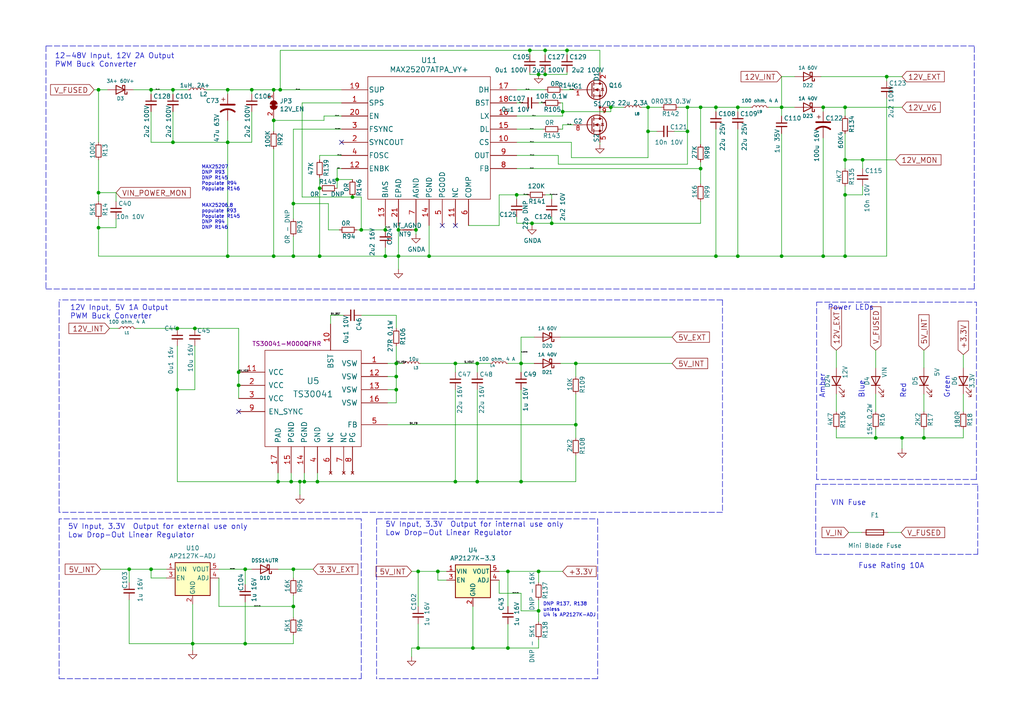
<source format=kicad_sch>
(kicad_sch (version 20211123) (generator eeschema)
  (paper "A4")
  (title_block (title "Duet 3 - Expansion 3HC") (date "2022-05-30") (rev "1.02") (company "Duet3D") (comment 1 "DUET 3 LICENSE") (comment 2 "www.duet3d.com"))
  (junction (at 138.43 105.41))
  (junction (at 69.215 111.76))
  (junction (at 85.09 74.295))
  (junction (at 102.235 57.15))
  (junction (at 50.165 26.035))
  (junction (at 79.375 74.295))
  (junction (at 226.695 31.115))
  (junction (at 111.76 74.295))
  (junction (at 138.43 139.7))
  (junction (at 85.09 175.895))
  (junction (at 92.71 74.295))
  (junction (at 84.455 139.7))
  (junction (at 187.96 38.1))
  (junction (at 79.375 26.035))
  (junction (at 80.645 139.7))
  (junction (at 245.11 56.515))
  (junction (at 167.005 123.19))
  (junction (at 177.165 31.115))
  (junction (at 50.165 41.275))
  (junction (at 156.21 177.165))
  (junction (at 132.08 105.41))
  (junction (at 160.02 64.77))
  (junction (at 245.11 74.295))
  (junction (at 79.375 34.925))
  (junction (at 245.11 46.355))
  (junction (at 238.76 74.295))
  (junction (at 207.645 74.295))
  (junction (at 66.04 74.295))
  (junction (at 85.09 59.055))
  (junction (at 56.515 95.25))
  (junction (at 167.005 105.41))
  (junction (at 85.09 165.1))
  (junction (at 115.57 74.295))
  (junction (at 66.04 26.035))
  (junction (at 156.21 21.59))
  (junction (at 207.645 31.115))
  (junction (at 156.21 165.735))
  (junction (at 28.575 26.035))
  (junction (at 121.285 187.96))
  (junction (at 88.265 139.7))
  (junction (at 163.195 32.385))
  (junction (at 267.97 127))
  (junction (at 92.075 139.7))
  (junction (at 37.465 165.1))
  (junction (at 187.96 31.115))
  (junction (at 86.995 139.7))
  (junction (at 213.995 31.115))
  (junction (at 55.88 186.69))
  (junction (at 111.76 66.675))
  (junction (at 154.305 64.77))
  (junction (at 51.435 95.25))
  (junction (at 92.71 54.61))
  (junction (at 254 127))
  (junction (at 120.65 66.675))
  (junction (at 213.995 74.295))
  (junction (at 137.16 187.96))
  (junction (at 158.115 14.605))
  (junction (at 199.39 31.115))
  (junction (at 149.86 56.515))
  (junction (at 81.28 26.035))
  (junction (at 104.775 66.675))
  (junction (at 151.13 105.41))
  (junction (at 127 165.735))
  (junction (at 147.32 187.96))
  (junction (at 28.575 66.04))
  (junction (at 164.465 14.605))
  (junction (at 226.695 74.295))
  (junction (at 203.2 31.115))
  (junction (at 245.11 31.115))
  (junction (at 69.215 107.95))
  (junction (at 257.175 22.225))
  (junction (at 199.39 38.1))
  (junction (at 97.79 52.07))
  (junction (at 71.12 165.1))
  (junction (at 153.67 14.605))
  (junction (at 115.57 66.675))
  (junction (at 124.46 74.295))
  (junction (at 43.815 26.035))
  (junction (at 28.575 55.88))
  (junction (at 51.435 113.03))
  (junction (at 261.62 127))
  (junction (at 132.08 139.7))
  (junction (at 203.2 48.895))
  (junction (at 114.935 105.41))
  (junction (at 151.13 139.7))
  (junction (at 250.19 46.355))
  (junction (at 73.025 26.035))
  (junction (at 71.12 186.69))
  (junction (at 238.76 31.115))
  (junction (at 158.115 21.59))
  (junction (at 114.935 113.03))
  (junction (at 43.815 165.1))
  (junction (at 147.32 165.735))
  (junction (at 121.285 165.735))
  (junction (at 114.935 109.22))
  (junction (at 66.04 41.275))
  (no_connect (at 128.27 65.405))
  (no_connect (at 132.08 65.405))
  (no_connect (at 69.215 119.38))
  (no_connect (at 99.06 41.275))
  (wire (pts (xy 160.02 56.515) (xy 158.115 56.515)))
  (wire (pts (xy 138.43 105.41) (xy 142.24 105.41)))
  (wire (pts (xy 114.935 116.84) (xy 114.935 113.03)))
  (wire (pts (xy 238.76 31.115) (xy 245.11 31.115)))
  (wire (pts (xy 164.465 14.605) (xy 173.99 14.605)))
  (wire (pts (xy 250.19 46.355) (xy 250.19 48.895)))
  (wire (pts (xy 28.575 55.88) (xy 28.575 58.42)))
  (wire (pts (xy 43.815 167.64) (xy 43.815 165.1)))
  (wire (pts (xy 69.215 107.95) (xy 69.215 95.25)))
  (wire (pts (xy 163.195 32.385) (xy 177.165 32.385)))
  (wire (pts (xy 151.13 172.085) (xy 151.13 177.165)))
  (wire (pts (xy 73.025 32.385) (xy 73.025 41.275)))
  (wire (pts (xy 115.57 78.105) (xy 115.57 74.295)))
  (wire (pts (xy 203.2 64.77) (xy 203.2 58.42)))
  (wire (pts (xy 121.92 105.41) (xy 132.08 105.41)))
  (wire (pts (xy 199.39 31.115) (xy 199.39 38.1)))
  (wire (pts (xy 63.5 167.64) (xy 63.5 175.895)))
  (wire (pts (xy 85.09 59.055) (xy 85.09 63.5)))
  (wire (pts (xy 279.4 114.3) (xy 279.4 119.38)))
  (wire (pts (xy 163.195 36.195) (xy 166.37 36.195)))
  (wire (pts (xy 245.11 46.355) (xy 245.11 48.895)))
  (wire (pts (xy 162.56 29.845) (xy 163.195 29.845)))
  (wire (pts (xy 51.435 113.03) (xy 51.435 139.7)))
  (wire (pts (xy 69.215 115.57) (xy 69.215 111.76)))
  (polyline (pts (xy 209.55 86.995) (xy 17.145 86.995)))
  (wire (pts (xy 51.435 100.33) (xy 51.435 113.03)))
  (polyline (pts (xy 283.21 139.065) (xy 236.855 139.065)))
  (wire (pts (xy 177.165 32.385) (xy 177.165 31.115)))
  (polyline (pts (xy 209.55 148.59) (xy 17.145 148.59)))
  (wire (pts (xy 112.395 113.03) (xy 114.935 113.03)))
  (wire (pts (xy 92.075 139.7) (xy 88.265 139.7)))
  (wire (pts (xy 121.285 187.96) (xy 137.16 187.96)))
  (wire (pts (xy 138.43 105.41) (xy 132.08 105.41)))
  (wire (pts (xy 114.935 105.41) (xy 112.395 105.41)))
  (wire (pts (xy 226.695 31.115) (xy 226.695 22.225)))
  (wire (pts (xy 149.86 26.035) (xy 158.115 26.035)))
  (wire (pts (xy 261.62 127) (xy 261.62 130.175)))
  (wire (pts (xy 97.79 48.895) (xy 97.79 52.07)))
  (wire (pts (xy 153.67 21.59) (xy 156.21 21.59)))
  (wire (pts (xy 51.435 139.7) (xy 80.645 139.7)))
  (wire (pts (xy 55.88 186.69) (xy 55.88 175.26)))
  (polyline (pts (xy 283.591 160.782) (xy 283.591 140.462)))
  (wire (pts (xy 257.175 28.575) (xy 257.175 74.295)))
  (wire (pts (xy 257.175 22.225) (xy 257.175 23.495)))
  (wire (pts (xy 250.19 56.515) (xy 245.11 56.515)))
  (wire (pts (xy 245.11 74.295) (xy 257.175 74.295)))
  (wire (pts (xy 132.08 113.03) (xy 132.08 139.7)))
  (polyline (pts (xy 104.775 150.495) (xy 17.145 150.495)))
  (wire (pts (xy 190.5 38.1) (xy 187.96 38.1)))
  (polyline (pts (xy 17.145 148.59) (xy 17.145 86.995)))
  (wire (pts (xy 242.57 127) (xy 242.57 124.46)))
  (wire (pts (xy 250.19 53.975) (xy 250.19 56.515)))
  (wire (pts (xy 79.375 34.925) (xy 79.375 38.1)))
  (wire (pts (xy 165.735 45.72) (xy 187.96 45.72)))
  (wire (pts (xy 28.575 63.5) (xy 28.575 66.04)))
  (wire (pts (xy 93.98 33.655) (xy 99.06 33.655)))
  (polyline (pts (xy 104.775 196.85) (xy 104.775 150.495)))
  (wire (pts (xy 112.395 116.84) (xy 114.935 116.84)))
  (wire (pts (xy 95.885 93.98) (xy 95.885 91.44)))
  (wire (pts (xy 88.265 139.7) (xy 88.265 137.16)))
  (wire (pts (xy 203.2 31.115) (xy 199.39 31.115)))
  (wire (pts (xy 151.13 105.41) (xy 151.13 97.79)))
  (wire (pts (xy 85.09 74.295) (xy 79.375 74.295)))
  (wire (pts (xy 162.56 97.79) (xy 194.945 97.79)))
  (wire (pts (xy 207.645 32.385) (xy 207.645 31.115)))
  (wire (pts (xy 71.12 174.625) (xy 71.12 186.69)))
  (wire (pts (xy 254 114.3) (xy 254 119.38)))
  (wire (pts (xy 119.38 187.96) (xy 121.285 187.96)))
  (wire (pts (xy 207.645 31.115) (xy 213.995 31.115)))
  (wire (pts (xy 147.32 165.735) (xy 156.21 165.735)))
  (wire (pts (xy 226.695 22.225) (xy 230.505 22.225)))
  (wire (pts (xy 167.005 105.41) (xy 162.56 105.41)))
  (wire (pts (xy 242.57 101.6) (xy 242.57 106.68)))
  (wire (pts (xy 163.195 33.655) (xy 149.86 33.655)))
  (wire (pts (xy 56.515 100.33) (xy 56.515 113.03)))
  (wire (pts (xy 31.75 95.25) (xy 34.29 95.25)))
  (wire (pts (xy 120.65 67.945) (xy 120.65 66.675)))
  (polyline (pts (xy 236.855 139.065) (xy 236.855 87.63)))
  (wire (pts (xy 87.63 29.845) (xy 87.63 57.15)))
  (wire (pts (xy 84.455 139.7) (xy 84.455 137.16)))
  (wire (pts (xy 254 101.6) (xy 254 106.68)))
  (wire (pts (xy 115.57 74.295) (xy 124.46 74.295)))
  (wire (pts (xy 132.08 139.7) (xy 138.43 139.7)))
  (wire (pts (xy 48.26 167.64) (xy 43.815 167.64)))
  (wire (pts (xy 95.25 59.055) (xy 95.25 66.675)))
  (wire (pts (xy 186.055 31.115) (xy 187.96 31.115)))
  (wire (pts (xy 213.995 37.465) (xy 213.995 74.295)))
  (polyline (pts (xy 236.601 160.782) (xy 283.591 160.782)))
  (wire (pts (xy 127 168.275) (xy 129.54 168.275)))
  (wire (pts (xy 50.165 32.385) (xy 50.165 41.275)))
  (wire (pts (xy 92.075 137.16) (xy 92.075 139.7)))
  (wire (pts (xy 226.695 33.655) (xy 226.695 31.115)))
  (wire (pts (xy 164.465 15.875) (xy 164.465 14.605)))
  (wire (pts (xy 176.53 31.115) (xy 177.165 31.115)))
  (wire (pts (xy 245.11 38.735) (xy 245.11 46.355)))
  (wire (pts (xy 79.375 43.18) (xy 79.375 74.295)))
  (wire (pts (xy 111.76 71.755) (xy 111.76 74.295)))
  (wire (pts (xy 149.86 64.77) (xy 154.305 64.77)))
  (wire (pts (xy 153.67 15.875) (xy 153.67 14.605)))
  (wire (pts (xy 73.025 27.305) (xy 73.025 26.035)))
  (wire (pts (xy 39.37 95.25) (xy 51.435 95.25)))
  (wire (pts (xy 199.39 38.1) (xy 199.39 47.625)))
  (wire (pts (xy 63.5 165.1) (xy 71.12 165.1)))
  (wire (pts (xy 137.16 175.895) (xy 137.16 187.96)))
  (wire (pts (xy 267.97 127) (xy 279.4 127)))
  (wire (pts (xy 160.02 64.77) (xy 160.02 62.865)))
  (wire (pts (xy 151.13 177.165) (xy 156.21 177.165)))
  (wire (pts (xy 164.465 21.59) (xy 164.465 20.955)))
  (wire (pts (xy 28.575 26.035) (xy 28.575 41.275)))
  (wire (pts (xy 226.695 31.115) (xy 230.505 31.115)))
  (wire (pts (xy 43.815 26.035) (xy 50.165 26.035)))
  (wire (pts (xy 246.126 154.432) (xy 249.936 154.432)))
  (wire (pts (xy 43.815 32.385) (xy 43.815 41.275)))
  (wire (pts (xy 144.78 65.405) (xy 144.78 56.515)))
  (polyline (pts (xy 13.335 13.335) (xy 13.335 83.82)))
  (wire (pts (xy 199.39 47.625) (xy 161.925 47.625)))
  (wire (pts (xy 85.09 68.58) (xy 85.09 74.295)))
  (wire (pts (xy 257.556 154.432) (xy 261.366 154.432)))
  (wire (pts (xy 242.57 114.3) (xy 242.57 119.38)))
  (wire (pts (xy 55.88 188.595) (xy 55.88 186.69)))
  (wire (pts (xy 242.57 127) (xy 254 127)))
  (wire (pts (xy 167.005 105.41) (xy 167.005 109.22)))
  (wire (pts (xy 111.76 74.295) (xy 92.71 74.295)))
  (wire (pts (xy 124.46 74.295) (xy 124.46 65.405)))
  (wire (pts (xy 114.935 109.22) (xy 114.935 105.41)))
  (wire (pts (xy 167.005 123.19) (xy 167.005 127)))
  (wire (pts (xy 92.71 74.295) (xy 85.09 74.295)))
  (wire (pts (xy 149.86 62.865) (xy 149.86 64.77)))
  (wire (pts (xy 85.09 175.895) (xy 85.09 179.07)))
  (wire (pts (xy 163.195 32.385) (xy 163.195 33.655)))
  (polyline (pts (xy 17.145 150.495) (xy 17.145 196.85)))
  (wire (pts (xy 114.935 91.44) (xy 114.935 95.25)))
  (wire (pts (xy 37.465 168.91) (xy 37.465 165.1)))
  (wire (pts (xy 104.775 66.675) (xy 111.76 66.675)))
  (wire (pts (xy 121.285 165.735) (xy 127 165.735)))
  (wire (pts (xy 114.935 91.44) (xy 104.775 91.44)))
  (wire (pts (xy 79.375 26.035) (xy 79.375 26.67)))
  (wire (pts (xy 104.775 57.15) (xy 104.775 66.675)))
  (wire (pts (xy 119.38 187.96) (xy 119.38 190.5)))
  (wire (pts (xy 81.28 14.605) (xy 153.67 14.605)))
  (wire (pts (xy 187.96 45.72) (xy 187.96 38.1)))
  (wire (pts (xy 238.76 74.295) (xy 245.11 74.295)))
  (wire (pts (xy 38.735 26.035) (xy 43.815 26.035)))
  (wire (pts (xy 99.06 48.895) (xy 97.79 48.895)))
  (wire (pts (xy 194.945 105.41) (xy 167.005 105.41)))
  (wire (pts (xy 88.265 139.7) (xy 86.995 139.7)))
  (wire (pts (xy 85.09 172.72) (xy 85.09 175.895)))
  (wire (pts (xy 127 165.735) (xy 129.54 165.735)))
  (wire (pts (xy 56.515 95.25) (xy 51.435 95.25)))
  (wire (pts (xy 245.11 56.515) (xy 245.11 74.295)))
  (wire (pts (xy 84.455 139.7) (xy 80.645 139.7)))
  (wire (pts (xy 116.84 105.41) (xy 114.935 105.41)))
  (wire (pts (xy 167.005 114.3) (xy 167.005 123.19)))
  (wire (pts (xy 73.025 165.1) (xy 71.12 165.1)))
  (wire (pts (xy 149.86 29.845) (xy 151.13 29.845)))
  (wire (pts (xy 37.465 165.1) (xy 29.21 165.1)))
  (wire (pts (xy 177.165 31.115) (xy 180.975 31.115)))
  (wire (pts (xy 81.28 26.035) (xy 81.28 14.605)))
  (polyline (pts (xy 17.145 196.85) (xy 104.775 196.85)))
  (wire (pts (xy 27.305 26.035) (xy 28.575 26.035)))
  (wire (pts (xy 85.09 184.15) (xy 85.09 186.69)))
  (wire (pts (xy 50.165 26.035) (xy 54.61 26.035)))
  (wire (pts (xy 92.71 45.085) (xy 92.71 46.355)))
  (wire (pts (xy 163.195 37.465) (xy 163.195 36.195)))
  (wire (pts (xy 127 165.735) (xy 127 168.275)))
  (wire (pts (xy 279.4 127) (xy 279.4 124.46)))
  (wire (pts (xy 99.06 45.085) (xy 92.71 45.085)))
  (wire (pts (xy 187.96 38.1) (xy 187.96 31.115)))
  (polyline (pts (xy 173.355 150.495) (xy 173.355 196.85)))
  (wire (pts (xy 99.06 37.465) (xy 85.09 37.465)))
  (polyline (pts (xy 236.855 87.63) (xy 283.21 87.63)))
  (wire (pts (xy 149.86 37.465) (xy 157.48 37.465)))
  (wire (pts (xy 79.375 34.925) (xy 79.375 34.29)))
  (wire (pts (xy 71.12 165.1) (xy 71.12 169.545)))
  (wire (pts (xy 245.11 31.115) (xy 261.62 31.115)))
  (wire (pts (xy 156.21 29.845) (xy 157.48 29.845)))
  (wire (pts (xy 151.13 105.41) (xy 147.32 105.41)))
  (wire (pts (xy 238.125 31.115) (xy 238.76 31.115)))
  (wire (pts (xy 73.025 26.035) (xy 79.375 26.035)))
  (wire (pts (xy 69.215 111.76) (xy 69.215 107.95)))
  (wire (pts (xy 158.115 20.955) (xy 158.115 21.59)))
  (polyline (pts (xy 13.335 83.82) (xy 282.575 83.82)))
  (wire (pts (xy 55.88 186.69) (xy 71.12 186.69)))
  (wire (pts (xy 151.13 105.41) (xy 154.94 105.41)))
  (wire (pts (xy 156.21 21.59) (xy 158.115 21.59)))
  (wire (pts (xy 115.57 74.295) (xy 111.76 74.295)))
  (wire (pts (xy 63.5 175.895) (xy 85.09 175.895)))
  (wire (pts (xy 144.78 168.275) (xy 144.78 172.085)))
  (wire (pts (xy 156.21 168.91) (xy 156.21 165.735)))
  (wire (pts (xy 158.115 14.605) (xy 164.465 14.605)))
  (wire (pts (xy 213.995 31.115) (xy 213.995 32.385)))
  (wire (pts (xy 138.43 139.7) (xy 151.13 139.7)))
  (wire (pts (xy 149.86 48.895) (xy 203.2 48.895)))
  (wire (pts (xy 187.96 31.115) (xy 191.77 31.115)))
  (wire (pts (xy 112.395 123.19) (xy 167.005 123.19)))
  (wire (pts (xy 93.98 34.925) (xy 79.375 34.925)))
  (polyline (pts (xy 173.355 196.85) (xy 109.22 196.85)))
  (wire (pts (xy 167.005 139.7) (xy 151.13 139.7)))
  (wire (pts (xy 69.215 95.25) (xy 56.515 95.25)))
  (wire (pts (xy 37.465 165.1) (xy 43.815 165.1)))
  (wire (pts (xy 59.69 26.035) (xy 66.04 26.035)))
  (wire (pts (xy 97.79 52.07) (xy 97.79 54.61)))
  (wire (pts (xy 119.38 165.735) (xy 121.285 165.735)))
  (wire (pts (xy 149.86 56.515) (xy 153.035 56.515)))
  (wire (pts (xy 238.76 40.005) (xy 238.76 74.295)))
  (wire (pts (xy 165.735 41.275) (xy 165.735 45.72)))
  (wire (pts (xy 28.575 26.035) (xy 31.115 26.035)))
  (wire (pts (xy 147.32 187.96) (xy 147.32 180.975)))
  (wire (pts (xy 167.005 132.08) (xy 167.005 139.7)))
  (wire (pts (xy 43.815 27.305) (xy 43.815 26.035)))
  (wire (pts (xy 92.075 139.7) (xy 132.08 139.7)))
  (wire (pts (xy 121.285 165.735) (xy 121.285 175.895)))
  (wire (pts (xy 245.11 31.115) (xy 245.11 33.655)))
  (wire (pts (xy 66.04 41.275) (xy 73.025 41.275)))
  (wire (pts (xy 254 127) (xy 261.62 127)))
  (wire (pts (xy 161.925 47.625) (xy 161.925 45.085)))
  (wire (pts (xy 238.76 32.385) (xy 238.76 31.115)))
  (wire (pts (xy 261.62 127) (xy 267.97 127)))
  (wire (pts (xy 50.165 41.275) (xy 66.04 41.275)))
  (wire (pts (xy 103.505 66.675) (xy 104.775 66.675)))
  (wire (pts (xy 51.435 113.03) (xy 56.515 113.03)))
  (wire (pts (xy 156.21 187.96) (xy 156.21 185.42)))
  (wire (pts (xy 156.21 177.165) (xy 156.21 180.34)))
  (polyline (pts (xy 109.22 150.495) (xy 109.22 196.85)))
  (wire (pts (xy 254 127) (xy 254 124.46)))
  (wire (pts (xy 97.79 52.07) (xy 102.235 52.07)))
  (polyline (pts (xy 282.575 83.82) (xy 282.575 13.335)))
  (wire (pts (xy 196.85 31.115) (xy 199.39 31.115)))
  (polyline (pts (xy 109.22 150.495) (xy 173.355 150.495)))
  (wire (pts (xy 121.285 180.975) (xy 121.285 187.96)))
  (wire (pts (xy 149.86 41.275) (xy 165.735 41.275)))
  (wire (pts (xy 144.78 165.735) (xy 147.32 165.735)))
  (wire (pts (xy 79.375 26.035) (xy 81.28 26.035)))
  (wire (pts (xy 267.97 101.6) (xy 267.97 106.68)))
  (wire (pts (xy 279.4 102.87) (xy 279.4 106.68)))
  (wire (pts (xy 80.645 165.1) (xy 85.09 165.1)))
  (wire (pts (xy 160.02 64.77) (xy 203.2 64.77)))
  (wire (pts (xy 79.375 74.295) (xy 66.04 74.295)))
  (wire (pts (xy 154.305 64.77) (xy 160.02 64.77)))
  (polyline (pts (xy 283.21 139.065) (xy 283.21 87.63)))
  (wire (pts (xy 158.115 15.875) (xy 158.115 14.605)))
  (wire (pts (xy 203.2 31.115) (xy 203.2 41.91)))
  (wire (pts (xy 163.195 29.845) (xy 163.195 32.385)))
  (wire (pts (xy 66.04 26.035) (xy 73.025 26.035)))
  (wire (pts (xy 37.465 173.99) (xy 37.465 186.69)))
  (wire (pts (xy 213.995 31.115) (xy 217.805 31.115)))
  (wire (pts (xy 257.175 22.225) (xy 238.125 22.225)))
  (wire (pts (xy 149.86 57.785) (xy 149.86 56.515)))
  (wire (pts (xy 173.99 14.605) (xy 173.99 20.955)))
  (wire (pts (xy 160.02 57.785) (xy 160.02 56.515)))
  (wire (pts (xy 173.99 41.275) (xy 173.99 41.91)))
  (wire (pts (xy 28.575 74.295) (xy 66.04 74.295)))
  (wire (pts (xy 114.935 113.03) (xy 114.935 109.22)))
  (wire (pts (xy 95.885 91.44) (xy 99.695 91.44)))
  (wire (pts (xy 120.65 66.675) (xy 120.65 65.405)))
  (wire (pts (xy 85.09 59.055) (xy 95.25 59.055)))
  (wire (pts (xy 50.165 27.305) (xy 50.165 26.035)))
  (wire (pts (xy 267.97 114.3) (xy 267.97 119.38)))
  (wire (pts (xy 161.925 45.085) (xy 149.86 45.085)))
  (wire (pts (xy 207.645 37.465) (xy 207.645 74.295)))
  (polyline (pts (xy 236.601 140.462) (xy 236.601 160.782)))
  (wire (pts (xy 92.71 51.435) (xy 92.71 54.61)))
  (wire (pts (xy 85.09 165.1) (xy 90.805 165.1)))
  (polyline (pts (xy 282.575 13.335) (xy 13.335 13.335)))
  (wire (pts (xy 144.78 56.515) (xy 149.86 56.515)))
  (wire (pts (xy 86.995 143.51) (xy 86.995 139.7)))
  (wire (pts (xy 259.715 46.355) (xy 250.19 46.355)))
  (wire (pts (xy 226.695 31.115) (xy 222.885 31.115)))
  (wire (pts (xy 151.13 97.79) (xy 154.94 97.79)))
  (wire (pts (xy 144.78 172.085) (xy 151.13 172.085)))
  (wire (pts (xy 207.645 31.115) (xy 203.2 31.115)))
  (wire (pts (xy 115.57 66.675) (xy 115.57 74.295)))
  (wire (pts (xy 226.695 74.295) (xy 238.76 74.295)))
  (wire (pts (xy 28.575 55.88) (xy 33.655 55.88)))
  (wire (pts (xy 195.58 38.1) (xy 199.39 38.1)))
  (wire (pts (xy 111.76 66.675) (xy 111.76 65.405)))
  (wire (pts (xy 66.04 27.305) (xy 66.04 26.035)))
  (wire (pts (xy 33.655 55.88) (xy 33.655 58.42)))
  (wire (pts (xy 203.2 46.99) (xy 203.2 48.895)))
  (wire (pts (xy 153.67 14.605) (xy 158.115 14.605)))
  (wire (pts (xy 147.32 165.735) (xy 147.32 175.895)))
  (wire (pts (xy 163.195 26.035) (xy 166.37 26.035)))
  (wire (pts (xy 33.655 63.5) (xy 33.655 66.04)))
  (wire (pts (xy 137.16 187.96) (xy 147.32 187.96)))
  (wire (pts (xy 43.815 165.1) (xy 48.26 165.1)))
  (wire (pts (xy 66.04 34.925) (xy 66.04 41.275)))
  (wire (pts (xy 156.21 165.735) (xy 163.195 165.735)))
  (wire (pts (xy 66.04 41.275) (xy 66.04 74.295)))
  (wire (pts (xy 267.97 127) (xy 267.97 124.46)))
  (wire (pts (xy 102.235 57.15) (xy 104.775 57.15)))
  (wire (pts (xy 132.08 107.95) (xy 132.08 105.41)))
  (wire (pts (xy 112.395 109.22) (xy 114.935 109.22)))
  (polyline (pts (xy 209.55 86.995) (xy 209.55 148.59)))
  (wire (pts (xy 245.11 46.355) (xy 250.19 46.355)))
  (wire (pts (xy 85.09 165.1) (xy 85.09 167.64)))
  (wire (pts (xy 158.115 21.59) (xy 164.465 21.59)))
  (wire (pts (xy 135.89 65.405) (xy 144.78 65.405)))
  (wire (pts (xy 147.32 187.96) (xy 156.21 187.96)))
  (wire (pts (xy 37.465 186.69) (xy 55.88 186.69)))
  (wire (pts (xy 154.305 64.77) (xy 154.305 65.405)))
  (wire (pts (xy 245.11 53.975) (xy 245.11 56.515)))
  (wire (pts (xy 95.25 66.675) (xy 98.425 66.675)))
  (wire (pts (xy 87.63 57.15) (xy 102.235 57.15)))
  (wire (pts (xy 213.995 74.295) (xy 226.695 74.295)))
  (wire (pts (xy 85.09 37.465) (xy 85.09 59.055)))
  (wire (pts (xy 28.575 66.04) (xy 28.575 74.295)))
  (wire (pts (xy 207.645 74.295) (xy 213.995 74.295)))
  (wire (pts (xy 85.09 186.69) (xy 71.12 186.69)))
  (wire (pts (xy 87.63 29.845) (xy 99.06 29.845)))
  (wire (pts (xy 151.13 107.95) (xy 151.13 105.41)))
  (polyline (pts (xy 283.591 140.462) (xy 236.601 140.462)))
  (wire (pts (xy 156.21 173.99) (xy 156.21 177.165)))
  (wire (pts (xy 138.43 107.95) (xy 138.43 105.41)))
  (wire (pts (xy 43.815 41.275) (xy 50.165 41.275)))
  (wire (pts (xy 93.98 33.655) (xy 93.98 34.925)))
  (wire (pts (xy 81.28 26.035) (xy 99.06 26.035)))
  (wire (pts (xy 226.695 38.735) (xy 226.695 74.295)))
  (wire (pts (xy 86.995 139.7) (xy 84.455 139.7)))
  (wire (pts (xy 115.57 65.405) (xy 115.57 66.675)))
  (wire (pts (xy 28.575 46.355) (xy 28.575 55.88)))
  (wire (pts (xy 114.935 100.33) (xy 114.935 105.41)))
  (wire (pts (xy 33.655 66.04) (xy 28.575 66.04)))
  (wire (pts (xy 162.56 37.465) (xy 163.195 37.465)))
  (wire (pts (xy 80.645 139.7) (xy 80.645 137.16)))
  (wire (pts (xy 203.2 48.895) (xy 203.2 53.34)))
  (wire (pts (xy 151.13 139.7) (xy 151.13 113.03)))
  (wire (pts (xy 138.43 139.7) (xy 138.43 113.03)))
  (wire (pts (xy 261.62 22.225) (xy 257.175 22.225)))
  (wire (pts (xy 124.46 74.295) (xy 207.645 74.295)))
  (wire (pts (xy 92.71 54.61) (xy 92.71 74.295)))
  (wire (pts (xy 153.67 20.955) (xy 153.67 21.59)))
  (text "Fuse Rating 10A\n" (at 248.92 165.1 0) (effects (font (size 1.524 1.524)) (justify left bottom)))
  (text "VIN Fuse" (at 241.046 146.812 0) (effects (font (size 1.524 1.524)) (justify left bottom)))
  (text "Red" (at 262.89 115.57 90) (effects (font (size 1.524 1.524)) (justify left bottom)))
  (text "5V Input, 3.3V  Output for internal use only\nLow Drop-Out Linear Regulator" (at 111.76 155.575 0) (effects (font (size 1.524 1.524)) (justify left bottom)))
  (text "DNP R137, R138\nunless\nU4 is AP2127K-ADJ" (at 157.48 179.07 0) (effects (font (size 0.9906 0.9906)) (justify left bottom)))
  (text "Blue" (at 250.825 115.57 90) (effects (font (size 1.524 1.524)) (justify left bottom)))
  (text "5V Input, 3.3V  Output for external use only\nLow Drop-Out Linear Regulator" (at 19.685 156.21 0) (effects (font (size 1.524 1.524)) (justify left bottom)))
  (text "MAX25207\nDNP R93\nDNP R145\nPopulate R94\nPopulate R146\n\n\nMAX25206,8\npopulate R93\nPopulate R145\nDNP R94\nDNP R146" (at 58.42 66.675 0) (effects (font (size 0.9906 0.9906)) (justify left bottom)))
  (text "Green" (at 275.59 115.57 90) (effects (font (size 1.524 1.524)) (justify left bottom)))
  (text "Amber" (at 239.395 115.57 90) (effects (font (size 1.524 1.524)) (justify left bottom)))
  (text "12V Input, 5V 1A Output\nPWM Buck Converter\n" (at 20.32 92.71 0) (effects (font (size 1.524 1.524)) (justify left bottom)))
  (text "12-48V Input, 12V 2A Output\nPWM Buck Converter\n" (at 15.875 19.685 0) (effects (font (size 1.524 1.524)) (justify left bottom)))
  (text "Power LEDs" (at 240.03 90.17 0) (effects (font (size 1.524 1.524)) (justify left bottom)))
  (label "12v_en" (at 97.155 33.655 0) (effects (font (size 0.2032 0.2032))))
  (label "5V_BST" (at 95.885 91.44 0) (effects (font (size 0.508 0.508))))
  (label "5_VOUT" (at 134.62 105.41 0) (effects (font (size 0.508 0.508))))
  (label "5V_VCC" (at 69.215 107.95 0) (effects (font (size 0.508 0.508))))
  (label "12v_dh" (at 152.4 26.035 0) (effects (font (size 0.2032 0.2032))))
  (label "12v_fb" (at 153.67 48.895 0) (effects (font (size 0.2032 0.2032))))
  (label "enbk" (at 97.79 48.895 0) (effects (font (size 0.2032 0.2032))))
  (label "12v_bst" (at 150.495 29.845 0) (effects (font (size 0.2032 0.2032))))
  (label "3.3_VOUT" (at 66.675 165.1 0) (effects (font (size 0.2032 0.2032))))
  (label "3.3_INT_ADJ" (at 148.59 172.085 0) (effects (font (size 0.2032 0.2032))))
  (label "12v_lx" (at 154.305 33.655 0) (effects (font (size 0.2032 0.2032))))
  (label "5V_COMMON" (at 151.13 102.235 0) (effects (font (size 0.2032 0.2032))))
  (label "5V_FB" (at 118.745 123.19 0) (effects (font (size 0.508 0.508))))
  (label "12v_osc" (at 97.79 45.085 0) (effects (font (size 0.2032 0.2032))))
  (label "12v_cs" (at 153.67 41.275 0) (effects (font (size 0.2032 0.2032))))
  (label "12v_out" (at 153.67 45.085 0) (effects (font (size 0.2032 0.2032))))
  (label "12v_dhg" (at 165.1 26.035 0) (effects (font (size 0.2032 0.2032))))
  (label "12v_comp" (at 151.765 56.515 0) (effects (font (size 0.2032 0.2032))))
  (label "12v_dl" (at 153.67 37.465 0) (effects (font (size 0.2032 0.2032))))
  (label "12v_comp_cap" (at 159.385 56.515 0) (effects (font (size 0.2032 0.2032))))
  (label "12v_bstr" (at 156.845 29.845 0) (effects (font (size 0.2032 0.2032))))
  (label "12v_fsync" (at 97.155 37.465 0) (effects (font (size 0.2032 0.2032))))
  (label "12v_vin" (at 45.085 26.035 0) (effects (font (size 0.2032 0.2032))))
  (label "5V_VSW" (at 114.935 105.41 0) (effects (font (size 0.508 0.508))))
  (label "12v_bias" (at 111.76 66.04 0) (effects (font (size 0.2032 0.2032))))
  (label "12v_dlg" (at 164.465 36.195 0) (effects (font (size 0.2032 0.2032))))
  (label "12v_sup" (at 85.725 26.035 0) (effects (font (size 0.2032 0.2032))))
  (label "3.3_EXT_ADJ" (at 73.66 175.895 0) (effects (font (size 0.2032 0.2032))))
  (global_label "12V_MON" (shape input) (at 259.715 46.355 0) (effects (font (size 1.524 1.524))) (property "Intersheet References" "${INTERSHEET_REFS}" (effects hide)))
  (global_label "12V_EXT" (shape input) (at 261.62 22.225 0) (effects (font (size 1.524 1.524))) (property "Intersheet References" "${INTERSHEET_REFS}" (effects hide)))
  (global_label "5V_EXT" (shape input) (at 194.945 97.79 0) (effects (font (size 1.524 1.524))) (property "Intersheet References" "${INTERSHEET_REFS}" (effects hide)))
  (global_label "V_FUSED" (shape input) (at 261.366 154.432 0) (effects (font (size 1.524 1.524))) (property "Intersheet References" "${INTERSHEET_REFS}" (effects hide)))
  (global_label "V_FUSED" (shape input) (at 254 101.6 90) (effects (font (size 1.524 1.524))) (property "Intersheet References" "${INTERSHEET_REFS}" (effects hide)))
  (global_label "+3.3V" (shape input) (at 163.195 165.735 0) (effects (font (size 1.524 1.524))) (property "Intersheet References" "${INTERSHEET_REFS}" (effects hide)))
  (global_label "12V_INT" (shape input) (at 226.695 22.225 180) (effects (font (size 1.524 1.524))) (property "Intersheet References" "${INTERSHEET_REFS}" (effects hide)))
  (global_label "12V_VG" (shape input) (at 261.62 31.115 0) (effects (font (size 1.524 1.524))) (property "Intersheet References" "${INTERSHEET_REFS}" (effects hide)))
  (global_label "5V_INT" (shape input) (at 119.38 165.735 180) (effects (font (size 1.524 1.524))) (property "Intersheet References" "${INTERSHEET_REFS}" (effects hide)))
  (global_label "5V_INT" (shape input) (at 194.945 105.41 0) (effects (font (size 1.524 1.524))) (property "Intersheet References" "${INTERSHEET_REFS}" (effects hide)))
  (global_label "V_IN" (shape input) (at 246.126 154.432 180) (effects (font (size 1.524 1.524))) (property "Intersheet References" "${INTERSHEET_REFS}" (effects hide)))
  (global_label "3.3V_EXT" (shape input) (at 90.805 165.1 0) (effects (font (size 1.524 1.524))) (property "Intersheet References" "${INTERSHEET_REFS}" (effects hide)))
  (global_label "VIN_POWER_MON" (shape input) (at 33.655 55.88 0) (effects (font (size 1.524 1.524))) (property "Intersheet References" "${INTERSHEET_REFS}" (effects hide)))
  (global_label "V_FUSED" (shape input) (at 27.305 26.035 180) (effects (font (size 1.524 1.524))) (property "Intersheet References" "${INTERSHEET_REFS}" (effects hide)))
  (global_label "5V_INT" (shape input) (at 267.97 101.6 90) (effects (font (size 1.524 1.524))) (property "Intersheet References" "${INTERSHEET_REFS}" (effects hide)))
  (global_label "+3.3V" (shape input) (at 279.4 102.87 90) (effects (font (size 1.524 1.524))) (property "Intersheet References" "${INTERSHEET_REFS}" (effects hide)))
  (global_label "12V_EXT" (shape input) (at 242.57 101.6 90) (effects (font (size 1.524 1.524))) (property "Intersheet References" "${INTERSHEET_REFS}" (effects hide)))
  (global_label "5V_INT" (shape input) (at 29.21 165.1 180) (effects (font (size 1.524 1.524))) (property "Intersheet References" "${INTERSHEET_REFS}" (effects hide)))
  (global_label "12V_INT" (shape input) (at 31.75 95.25 180) (effects (font (size 1.524 1.524))) (property "Intersheet References" "${INTERSHEET_REFS}" (effects hide)))
  (symbol (lib_id "Device:C_Small") (at 151.13 110.49 0) (unit 1)
    (property "Reference" "C49" (at 151.765 108.585 0) (effects (justify left)))
    (property "Value" "1u 16V" (at 152.4 119.38 90) (effects (justify left)))
    (property "Footprint" "Capacitor_SMD:C_0603_1608Metric_Wbry" (effects hide))
    (property "Part Number" "CL10A105KO8NNNC" (effects hide))
  )
  (symbol (lib_id "Device:C_Small") (at 51.435 97.79 0) (unit 1)
    (property "Reference" "C44" (at 47.625 95.25 0) (effects (justify left)))
    (property "Value" "0u1 16v" (at 49.53 108.585 90) (effects (justify left)))
    (property "Footprint" "Capacitor_SMD:C_0402_1005Metric_Wbry" (effects hide))
    (property "Part Number" "CL05B104KO5NNNC" (effects hide))
  )
  (symbol (lib_id "Duet3:TS30042") (at 90.805 115.57 0) (unit 1)
    (property "Reference" "U5" (at 90.805 110.49 0) (effects (font (size 1.778 1.778))))
    (property "Value" "TS30041" (at 90.805 114.3 0) (effects (font (size 1.778 1.778))))
    (property "Footprint" "Package_DFN_QFN:QFN-16-1EP_3x3mm_P0.5mm_EP1.8x1.8mm" (effects hide))
    (property "Part Number" "TS30041-M000QFNR" (at 83.185 99.695 0))
  )
  (symbol (lib_id "Device:Fuse") (at 253.746 154.432 270) (unit 1)
    (property "Reference" "F1" (at 253.746 149.4282 90))
    (property "Value" "Mini Blade Fuse" (at 253.746 158.242 90))
    (property "Footprint" "complib:MCCQ-122-minibladefuseholder" (effects hide))
    (property "Part Number" "15A Fuse fitted" (effects hide))
  )
  (symbol (lib_id "Device:LED") (at 279.4 110.49 90) (unit 1)
    (property "Reference" "D6" (at 276.86 110.49 0))
    (property "Value" "3.3V" (at 281.94 110.49 0))
    (property "Footprint" "LED_SMD:LED_0603_1608Metric" (effects hide))
    (property "Part Number" "150060VS75000  - Green" (effects hide))
  )
  (symbol (lib_id "Device:LED") (at 267.97 110.49 90) (unit 1)
    (property "Reference" "D5" (at 265.43 110.49 0))
    (property "Value" "5V" (at 271.78 107.95 0))
    (property "Footprint" "LED_SMD:LED_0603_1608Metric" (effects hide))
    (property "Part Number" "150060RS75000 - Red" (effects hide))
  )
  (symbol (lib_id "power:GND") (at 261.62 130.175 0) (unit 1)
    (property "Reference" "#PWR038" (effects hide))
    (property "Value" "GND" (effects hide))
  )
  (symbol (lib_id "Device:LED") (at 254 110.49 90) (unit 1)
    (property "Reference" "D4" (at 251.46 110.49 0))
    (property "Value" "VIN" (at 256.54 107.95 0))
    (property "Footprint" "LED_SMD:LED_0603_1608Metric" (effects hide))
    (property "Part Number" "150060BS75000 - Blue" (effects hide))
  )
  (symbol (lib_id "Device:D_Schottky") (at 34.925 26.035 180) (unit 1)
    (property "Reference" "D3" (at 34.925 28.575 0) (effects (font (size 1.016 1.016))))
    (property "Value" "3A+ 60V+" (at 34.925 23.495 0) (effects (font (size 1.016 1.016))))
    (property "Footprint" "Diode_SMD:D_SMA" (effects hide))
    (property "Part Number" "CDBA360-HF, VSSA310SHM3_A/H" (effects hide))
  )
  (symbol (lib_id "power:GND") (at 119.38 190.5 0) (unit 1)
    (property "Reference" "#PWR036" (effects hide))
    (property "Value" "GND" (effects hide))
  )
  (symbol (lib_id "Device:C_Small") (at 102.235 91.44 270) (unit 1)
    (property "Reference" "C46" (at 104.14 92.075 0) (effects (justify left)))
    (property "Value" "0u1 10V" (at 100.33 91.44 0) (effects (justify left)))
    (property "Footprint" "Capacitor_SMD:C_0402_1005Metric_Wbry" (effects hide))
    (property "Part Number" "CL05A104KP5NNNC" (effects hide))
  )
  (symbol (lib_id "Device:C_Small") (at 132.08 110.49 0) (unit 1)
    (property "Reference" "C47" (at 132.715 108.585 0) (effects (justify left)))
    (property "Value" "22u 16V" (at 133.35 120.015 90) (effects (justify left)))
    (property "Footprint" "Capacitor_SMD:C_0805_2012Metric" (effects hide))
    (property "Part Number" "CL21A226MOQNNNE" (effects hide))
  )
  (symbol (lib_id "Device:C_Small") (at 138.43 110.49 0) (unit 1)
    (property "Reference" "C48" (at 139.065 108.585 0) (effects (justify left)))
    (property "Value" "22u 16V" (at 139.7 120.015 90) (effects (justify left)))
    (property "Footprint" "Capacitor_SMD:C_0805_2012Metric" (effects hide))
    (property "Part Number" "CL21A226MOQNNNE" (effects hide))
  )
  (symbol (lib_id "Device:R_Small") (at 254 121.92 0) (unit 1)
    (property "Reference" "R16" (at 255.905 121.7168 90))
    (property "Value" "15K 0.2W" (at 252.2728 121.6152 90))
    (property "Footprint" "Resistor_SMD:R_0603_1608Metric_Wbry" (effects hide))
    (property "Part Number" "RCC060315K0FKEA" (effects hide))
    (property "Rating" "0.2W" (effects hide))
  )
  (symbol (lib_id "Device:R_Small") (at 267.97 121.92 0) (unit 1)
    (property "Reference" "R17" (at 269.875 121.7168 90))
    (property "Value" "2K2" (at 266.2428 121.6152 90))
    (property "Footprint" "Resistor_SMD:R_0402_1005Metric_Wbry" (effects hide))
    (property "Part Number" "RK73H1ETTP2201F" (effects hide))
  )
  (symbol (lib_id "Device:R_Small") (at 279.4 121.92 0) (unit 1)
    (property "Reference" "R18" (at 281.305 121.7168 90))
    (property "Value" "180R" (at 277.6728 121.6152 90))
    (property "Footprint" "Resistor_SMD:R_0402_1005Metric_Wbry" (effects hide))
    (property "Part Number" "RMCF0402FT180R" (effects hide))
    (property "Rating" "0.063W" (effects hide))
  )
  (symbol (lib_id "Device:C_Small") (at 56.515 97.79 0) (unit 1)
    (property "Reference" "C45" (at 57.15 95.885 0) (effects (justify left)))
    (property "Value" "10u 16V" (at 55.245 107.95 90) (effects (justify left)))
    (property "Footprint" "Capacitor_SMD:C_0805_2012Metric" (effects hide))
    (property "Part Number" "CL21A106KOCLRNC" (effects hide))
  )
  (symbol (lib_id "Device:R_Small") (at 28.575 43.815 0) (unit 1)
    (property "Reference" "R13" (at 30.48 43.6118 90))
    (property "Value" "100K" (at 26.8478 43.5102 90))
    (property "Footprint" "Resistor_SMD:R_0402_1005Metric_Wbry" (effects hide))
    (property "Part Number" "RMCF0402FT100K" (effects hide))
  )
  (symbol (lib_id "Device:C_Small") (at 33.655 60.96 0) (unit 1)
    (property "Reference" "C40" (at 34.29 59.055 0) (effects (justify left)))
    (property "Value" "10n 10V" (at 33.655 62.865 0) (effects (justify left)))
    (property "Footprint" "Capacitor_SMD:C_0402_1005Metric_Wbry" (effects hide))
    (property "Part Number" "C0402C103K8RAC7867" (effects hide))
  )
  (symbol (lib_id "Device:L_Small") (at 144.78 105.41 90) (unit 1)
    (property "Reference" "L4" (at 142.875 106.045 90) (effects (font (size 0.762 0.762))))
    (property "Value" "100 ohm, 4 A" (at 144.145 104.14 90) (effects (font (size 0.9906 0.9906))))
    (property "Footprint" "Inductor_SMD:L_0805_2012Metric" (effects hide))
    (property "Part Number" "MPZ2012S101A or similar" (effects hide))
  )
  (symbol (lib_id "power:GND") (at 86.995 143.51 0) (unit 1)
    (property "Reference" "#PWR037" (effects hide))
    (property "Value" "GND" (effects hide))
  )
  (symbol (lib_id "Device:L_Small") (at 119.38 105.41 270) (mirror x) (unit 1)
    (property "Reference" "L3" (at 120.65 106.68 90) (effects (font (size 0.762 0.762))))
    (property "Value" "10u" (at 120.015 104.14 90) (effects (font (size 0.9906 0.9906))))
    (property "Footprint" "Inductor_SMD:L_Wuerth_7440405xxxx" (effects hide))
    (property "Part Number" "74404054100 or similar 10u" (effects hide))
  )
  (symbol (lib_id "Device:D_Schottky") (at 76.835 165.1 180) (unit 1)
    (property "Reference" "D10" (at 76.835 167.64 0) (effects (font (size 1.016 1.016))))
    (property "Value" "DSS14UTR" (at 76.835 162.56 0) (effects (font (size 1.016 1.016))))
    (property "Footprint" "Diode_SMD:D_SOD-123F" (effects hide))
    (property "Datasheet" "https://www.digikey.co.uk/product-detail/en/smc-diode-solutions/DSS14UTR/1655-1927-2-ND/8341859" (effects hide))
    (property "Part Number" "DSS14UTR or RB162MM-40TR or similar" (effects hide))
    (property "Rating" " 1A,40V" (effects hide))
  )
  (symbol (lib_id "Device:D_Schottky") (at 234.315 22.225 180) (unit 1)
    (property "Reference" "D22" (at 234.315 24.765 0) (effects (font (size 1.016 1.016))))
    (property "Value" "1A 60V" (at 234.315 19.685 0) (effects (font (size 1.016 1.016))))
    (property "Footprint" "Diode_SMD:D_SOD-123F" (effects hide))
    (property "Datasheet" "https://www.digikey.co.uk/product-detail/en/smc-diode-solutions/DSS14UTR/1655-1927-2-ND/8341859" (effects hide))
    (property "Part Number" "DSS14UTR or RB162MM-40TR or similar" (effects hide))
    (property "Rating" " 1A,40V" (effects hide))
  )
  (symbol (lib_id "Device:D_Schottky") (at 234.315 31.115 180) (unit 1)
    (property "Reference" "D23" (at 234.315 33.655 0) (effects (font (size 1.016 1.016))))
    (property "Value" "1A 40V" (at 234.315 28.575 0) (effects (font (size 1.016 1.016))))
    (property "Footprint" "Diode_SMD:D_SOD-123F" (effects hide))
    (property "Datasheet" "https://www.digikey.co.uk/product-detail/en/smc-diode-solutions/DSS14UTR/1655-1927-2-ND/8341859" (effects hide))
    (property "Part Number" "DSS14UTR or RB162MM-40TR or similar" (effects hide))
    (property "Rating" " 1A,40V" (effects hide))
  )
  (symbol (lib_id "Device:LED") (at 242.57 110.49 90) (unit 1)
    (property "Reference" "D24" (at 240.03 110.49 0))
    (property "Value" "12V" (at 245.11 107.95 0))
    (property "Footprint" "LED_SMD:LED_0603_1608Metric" (effects hide))
    (property "Part Number" "150060AS75000 - Amber" (effects hide))
  )
  (symbol (lib_id "Device:R_Small") (at 242.57 121.92 0) (unit 1)
    (property "Reference" "R136" (at 244.475 121.7168 90))
    (property "Value" "4K7" (at 240.8428 121.6152 90))
    (property "Footprint" "Resistor_SMD:R_0402_1005Metric_Wbry" (effects hide))
    (property "Part Number" "RK73H1ETTP4701F" (effects hide))
    (property "Rating" "0.063W" (effects hide))
  )
  (symbol (lib_id "Device:CP1") (at 238.76 36.195 0) (unit 1)
    (property "Reference" "C122" (at 239.395 34.29 0) (effects (justify left)))
    (property "Value" "100u 16V" (at 236.855 46.99 90) (effects (justify left)))
    (property "Footprint" "Capacitor_SMD:CP_Elec_6.3x7.7" (effects hide))
    (property "Part Number" "865080545012 (16V version can be used)" (effects hide))
  )
  (symbol (lib_id "Regulator_Linear:AP2127K-ADJ") (at 55.88 167.64 0) (unit 1)
    (property "Reference" "U10" (at 55.88 158.9532 0))
    (property "Value" "AP2127K-ADJ" (at 55.88 161.2646 0))
    (property "Footprint" "Package_TO_SOT_SMD:SOT-23-5" (effects hide))
    (property "Datasheet" "https://www.diodes.com/assets/Datasheets/AP2127.pdf" (effects hide))
    (property "Part Number" "AP2127K-ADJTRG1" (effects hide))
  )
  (symbol (lib_id "Device:C_Small") (at 37.465 171.45 0) (unit 1)
    (property "Reference" "C103" (at 36.195 170.815 90) (effects (justify left)))
    (property "Value" "1u 16V" (at 40.64 174.625 90) (effects (justify left)))
    (property "Footprint" "Capacitor_SMD:C_0603_1608Metric_Wbry" (effects hide))
    (property "Part Number" "CL10A105KO8NNNC" (effects hide))
  )
  (symbol (lib_id "power:GND") (at 55.88 188.595 0) (unit 1)
    (property "Reference" "#PWR076" (effects hide))
    (property "Value" "GND" (effects hide))
  )
  (symbol (lib_id "Device:C_Small") (at 71.12 172.085 0) (unit 1)
    (property "Reference" "C104" (at 69.85 171.45 90) (effects (justify left)))
    (property "Value" "1u 16V" (at 73.66 174.625 90) (effects (justify left)))
    (property "Footprint" "Capacitor_SMD:C_0603_1608Metric_Wbry" (effects hide))
    (property "Part Number" "CL10A105KO8NNNC" (effects hide))
  )
  (symbol (lib_id "Device:R_Small") (at 85.09 170.18 0) (unit 1)
    (property "Reference" "R95" (at 86.995 169.9768 90))
    (property "Value" "16K" (at 83.3628 169.8752 90))
    (property "Footprint" "Resistor_SMD:R_0402_1005Metric_Wbry" (effects hide))
    (property "Part Number" "RMCF0402FT16K0" (effects hide))
    (property "Rating" "0.063W" (effects hide))
  )
  (symbol (lib_id "Device:R_Small") (at 85.09 181.61 0) (unit 1)
    (property "Reference" "R96" (at 86.995 181.4068 90))
    (property "Value" "5K1" (at 83.3628 181.3052 90))
    (property "Footprint" "Resistor_SMD:R_0402_1005Metric_Wbry" (effects hide))
    (property "Part Number" "RMCF0402FT5K10" (effects hide))
    (property "Rating" "0.063W" (effects hide))
  )
  (symbol (lib_id "Device:C_Small") (at 121.285 178.435 0) (unit 1)
    (property "Reference" "C102" (at 120.015 177.165 90) (effects (justify left)))
    (property "Value" "1u 16V" (at 123.825 181.61 90) (effects (justify left)))
    (property "Footprint" "Capacitor_SMD:C_0603_1608Metric_Wbry" (effects hide))
    (property "Part Number" "CL10A105KO8NNNC" (effects hide))
  )
  (symbol (lib_id "Device:D_Schottky") (at 158.75 97.79 180) (unit 1)
    (property "Reference" "D20" (at 158.75 100.33 0) (effects (font (size 1.016 1.016))))
    (property "Value" "1A 60V" (at 158.75 95.25 0) (effects (font (size 1.016 1.016))))
    (property "Footprint" "Diode_SMD:D_SOD-123F" (effects hide))
    (property "Datasheet" "https://www.digikey.co.uk/product-detail/en/smc-diode-solutions/DSS14UTR/1655-1927-2-ND/8341859" (effects hide))
    (property "Part Number" "DSS14UTR or RB162MM-40TR or similar" (effects hide))
    (property "Rating" " 1A,60V" (effects hide))
  )
  (symbol (lib_id "Device:D_Schottky") (at 158.75 105.41 180) (unit 1)
    (property "Reference" "D21" (at 158.75 107.95 0) (effects (font (size 1.016 1.016))))
    (property "Value" "1A 40V" (at 158.75 102.87 0) (effects (font (size 1.016 1.016))))
    (property "Footprint" "Diode_SMD:D_SOD-123F" (effects hide))
    (property "Datasheet" "https://www.digikey.co.uk/product-detail/en/smc-diode-solutions/DSS14UTR/1655-1927-2-ND/8341859" (effects hide))
    (property "Part Number" "DSS14UTR or RB162MM-40TR or similar" (effects hide))
    (property "Rating" " 1A,40V" (effects hide))
  )
  (symbol (lib_id "Device:L_Small") (at 57.15 26.035 90) (unit 1)
    (property "Reference" "L2" (at 59.055 27.305 90) (effects (font (size 1.1938 1.1938))))
    (property "Value" "1uH, 2A+" (at 56.515 24.765 90) (effects (font (size 1.1938 1.1938))))
    (property "Footprint" "Inductor_SMD:L_1008_2512Metric" (effects hide))
    (property "Part Number" "BDCD002520121R0MS1 alternative: SRN2512-1R0M" (effects hide))
  )
  (symbol (lib_id "Device:CP1") (at 66.04 31.115 0) (unit 1)
    (property "Reference" "C73" (at 59.69 29.21 0) (effects (justify left)))
    (property "Value" "47u 63V" (at 62.865 41.275 90) (effects (justify left)))
    (property "Footprint" "Capacitor_SMD:CP_Elec_8x10" (effects hide))
    (property "Part Number" "UUR1J470MNL1GS or equivalent 865080753013 or 865060753005 " (effects hide))
  )
  (symbol (lib_id "Device:C_Small") (at 153.67 29.845 270) (unit 1)
    (property "Reference" "C107" (at 147.32 28.575 90) (effects (justify left)))
    (property "Value" "0u1 10V" (at 145.415 31.75 90) (effects (justify left)))
    (property "Footprint" "Capacitor_SMD:C_0402_1005Metric_Wbry" (effects hide))
    (property "Part Number" "CL05A104KP5NNNC" (effects hide))
  )
  (symbol (lib_id "Device:L_Small") (at 220.345 31.115 90) (unit 1)
    (property "Reference" "L9" (at 220.345 32.385 90) (effects (font (size 0.762 0.762))))
    (property "Value" "100 ohm, 4 A" (at 220.345 29.21 90) (effects (font (size 0.9906 0.9906))))
    (property "Footprint" "Inductor_SMD:L_0805_2012Metric" (effects hide))
    (property "Part Number" "MPZ2012S101A or similar" (effects hide))
  )
  (symbol (lib_id "power:GND") (at 115.57 78.105 0) (unit 1)
    (property "Reference" "#PWR078" (effects hide))
    (property "Value" "GND" (effects hide))
  )
  (symbol (lib_id "Device:L_Small") (at 183.515 31.115 270) (mirror x) (unit 1)
    (property "Reference" "L8" (at 184.785 33.02 90) (effects (font (size 0.762 0.762))))
    (property "Value" "22u 2.3A" (at 183.515 29.845 90))
    (property "Footprint" "Inductor_SMD:L_Wuerth_WE-TPC-744071220" (effects hide))
    (property "Part Number" "744071220" (effects hide))
  )
  (symbol (lib_id "Device:C_Small") (at 153.67 18.415 0) (unit 1)
    (property "Reference" "C105" (at 148.59 16.51 0) (effects (justify left)))
    (property "Value" "0u1 100V" (at 143.51 20.32 0) (effects (justify left)))
    (property "Footprint" "Capacitor_SMD:C_0603_1608Metric_Wbry" (effects hide))
    (property "Part Number" "HMK107B7104MA-T or similar" (effects hide))
  )
  (symbol (lib_id "Device:C_Small") (at 226.695 36.195 0) (unit 1)
    (property "Reference" "C110" (at 227.33 34.29 0) (effects (justify left)))
    (property "Value" "1u 35V" (at 225.425 44.45 90) (effects (justify left)))
    (property "Footprint" "Capacitor_SMD:C_0603_1608Metric_Wbry" (effects hide))
    (property "Part Number" "GMK107BJ105KAHT" (effects hide))
  )
  (symbol (lib_id "Device:R_Small") (at 203.2 44.45 0) (unit 1)
    (property "Reference" "R98" (at 205.105 44.2468 90))
    (property "Value" "27K" (at 201.4728 44.1452 90))
    (property "Footprint" "Resistor_SMD:R_0402_1005Metric_Wbry" (effects hide))
    (property "Part Number" "RMCF0402FT27K0" (effects hide))
  )
  (symbol (lib_id "Device:R_Small") (at 203.2 55.88 0) (unit 1)
    (property "Reference" "R99" (at 205.105 55.6768 90))
    (property "Value" "1K6" (at 201.4728 55.5752 90))
    (property "Footprint" "Resistor_SMD:R_0402_1005Metric_Wbry" (effects hide))
    (property "Part Number" "RMCF0402FT1K60" (effects hide))
    (property "Rating" "0.063W" (effects hide))
  )
  (symbol (lib_id "Device:C_Small") (at 207.645 34.925 0) (unit 1)
    (property "Reference" "C108" (at 208.28 33.02 0) (effects (justify left)))
    (property "Value" "22u 25V" (at 209.55 43.815 90) (effects (justify left)))
    (property "Footprint" "Capacitor_SMD:C_0805_2012Metric" (effects hide))
    (property "Part Number" "GRM21BR61E226ME44L" (effects hide))
  )
  (symbol (lib_id "Device:C_Small") (at 213.995 34.925 0) (unit 1)
    (property "Reference" "C109" (at 214.63 33.02 0) (effects (justify left)))
    (property "Value" "22u 25V" (at 215.9 43.815 90) (effects (justify left)))
    (property "Footprint" "Capacitor_SMD:C_0805_2012Metric" (effects hide))
    (property "Part Number" "GRM21BR61E226ME44L" (effects hide))
  )
  (symbol (lib_id "Regulator_Linear:AP2127K-ADJ") (at 137.16 168.275 0) (unit 1)
    (property "Reference" "U4" (at 137.16 159.5882 0))
    (property "Value" "AP2127K-3.3" (at 137.16 161.8996 0))
    (property "Footprint" "Package_TO_SOT_SMD:SOT-23-5" (effects hide))
    (property "Datasheet" "https://www.diodes.com/assets/Datasheets/AP2127.pdf" (effects hide))
    (property "Part Number" "AP2127K-3.3TRG1  (alternatively use the  AP2127K-ADJTRG1 and populate the feedback resistors)" (effects hide))
  )
  (symbol (lib_id "Device:C_Small") (at 147.32 178.435 0) (unit 1)
    (property "Reference" "C43" (at 145.415 177.165 90) (effects (justify left)))
    (property "Value" "1u 16V" (at 149.86 181.61 90) (effects (justify left)))
    (property "Footprint" "Capacitor_SMD:C_0603_1608Metric_Wbry" (effects hide))
    (property "Part Number" "CL10A105KO8NNNC" (effects hide))
  )
  (symbol (lib_id "Device:R_Small") (at 167.005 129.54 0) (unit 1)
    (property "Reference" "R108" (at 168.91 129.3368 90))
    (property "Value" "2K2" (at 165.2778 129.2352 90))
    (property "Footprint" "Resistor_SMD:R_0402_1005Metric_Wbry" (effects hide))
    (property "Part Number" "RK73H1ETTP2201F" (effects hide))
  )
  (symbol (lib_id "Device:R_Small") (at 167.005 111.76 0) (unit 1)
    (property "Reference" "R109" (at 168.91 111.5568 90))
    (property "Value" "10K" (at 165.2778 111.4552 90))
    (property "Footprint" "Resistor_SMD:R_0402_1005Metric_Wbry" (effects hide))
    (property "Part Number" "RMCF0402FT10K0" (effects hide))
    (property "Rating" "0.063W" (effects hide))
  )
  (symbol (lib_id "Device:R_Small") (at 114.935 97.79 0) (unit 1)
    (property "Reference" "R106" (at 116.84 97.5868 90))
    (property "Value" "27R 0.1W" (at 113.2078 97.4852 90))
    (property "Footprint" "Resistor_SMD:R_0402_1005Metric_Wbry" (effects hide))
    (property "Rating" "0.1W" (effects hide))
    (property "Part Number" " ERJ-U02F10R0X" (effects hide))
  )
  (symbol (lib_id "Device:R_Small") (at 160.02 29.845 270) (unit 1)
    (property "Reference" "R105" (at 160.2232 31.75 90))
    (property "Value" "10R 0.1W" (at 160.02 27.94 90))
    (property "Footprint" "Resistor_SMD:R_0402_1005Metric_Wbry" (effects hide))
    (property "Rating" "0.1W" (effects hide))
    (property "Part Number" " ERJ-U02F10R0X" (effects hide))
  )
  (symbol (lib_id "Device:C_Small") (at 257.175 26.035 0) (unit 1)
    (property "Reference" "C123" (at 257.81 24.13 0) (effects (justify left)))
    (property "Value" "2u2 100V" (at 258.445 34.29 90) (effects (justify left)))
    (property "Footprint" "Capacitor_SMD:C_1210_3225Metric" (effects hide))
    (property "Part Number" "CL32B225KCJSNNE" (effects hide))
  )
  (symbol (lib_id "Device:R_Small") (at 156.21 171.45 0) (unit 1)
    (property "Reference" "R137" (at 158.115 171.2468 90))
    (property "Value" "DNP - 16K" (at 154.305 171.45 90))
    (property "Footprint" "Resistor_SMD:R_0402_1005Metric_Wbry" (effects hide))
    (property "Part Number" " " (effects hide))
    (property "Rating" "0.063W" (effects hide))
  )
  (symbol (lib_id "Device:R_Small") (at 156.21 182.88 0) (unit 1)
    (property "Reference" "R138" (at 158.115 182.6768 90))
    (property "Value" "DNP - 5K1" (at 154.305 186.69 90))
    (property "Footprint" "Resistor_SMD:R_0402_1005Metric_Wbry" (effects hide))
    (property "Part Number" " " (effects hide))
    (property "Rating" "0.063W" (effects hide))
  )
  (symbol (lib_id "Duet3:MAX25207ATPA_VY+") (at 124.46 41.275 0) (unit 1)
    (property "Reference" "U11" (at 124.46 17.4752 0) (effects (font (size 1.524 1.524))))
    (property "Value" "MAX25207ATPA_VY+" (at 124.46 20.1676 0) (effects (font (size 1.524 1.524))))
    (property "Footprint" "complib:MAX25206.7.8ATPA_VY" (effects hide))
    (property "Part Number" "MAX25207ATPA_VY+" (effects hide))
  )
  (symbol (lib_id "Jumper:SolderJumper_2_Bridged") (at 79.375 30.48 270) (unit 1)
    (property "Reference" "JP3" (at 81.1022 29.3116 90) (effects (justify left)))
    (property "Value" "12V_EN" (at 81.1022 31.623 90) (effects (justify left)))
    (property "Footprint" "Jumper:SolderJumper-2_P1.3mm_Bridged_RoundedPad1.0x1.5mm" (effects hide))
    (property "Part Number" "Virtual Component DNP" (effects hide))
  )
  (symbol (lib_id "Device:R_Small") (at 79.375 40.64 0) (unit 1)
    (property "Reference" "R92" (at 81.28 40.4368 90))
    (property "Value" "100K" (at 77.6478 40.3352 90))
    (property "Footprint" "Resistor_SMD:R_0402_1005Metric_Wbry" (effects hide))
    (property "Part Number" "RMCF0402FT100K" (effects hide))
  )
  (symbol (lib_id "Device:R_Small") (at 85.09 66.04 0) (unit 1)
    (property "Reference" "R93" (at 86.995 65.8368 90))
    (property "Value" "0R - DNP" (at 83.3628 65.7352 90))
    (property "Footprint" "Resistor_SMD:R_0402_1005Metric_Wbry" (effects hide))
    (property "Part Number" "RMCF0402ZT0R00" (effects hide))
    (property "Rating" "0.063W" (effects hide))
  )
  (symbol (lib_id "Device:R_Small") (at 100.965 66.675 270) (unit 1)
    (property "Reference" "R94" (at 101.1682 68.58 90))
    (property "Value" "0R" (at 100.33 64.77 90))
    (property "Footprint" "Resistor_SMD:R_0402_1005Metric_Wbry" (effects hide))
    (property "Part Number" "RMCF0402ZT0R00" (effects hide))
    (property "Rating" "0.063W" (effects hide))
  )
  (symbol (lib_id "Device:R_Small") (at 92.71 48.895 0) (unit 1)
    (property "Reference" "R139" (at 94.615 48.6918 90))
    (property "Value" "47K" (at 90.17 48.895 90))
    (property "Footprint" "Resistor_SMD:R_0402_1005Metric_Wbry" (effects hide))
    (property "Part Number" "RC0402FR-1347KL" (effects hide))
  )
  (symbol (lib_id "Device:R_Small") (at 155.575 56.515 270) (unit 1)
    (property "Reference" "R141" (at 155.7782 58.42 90))
    (property "Value" "120K" (at 155.575 53.975 90))
    (property "Footprint" "Resistor_SMD:R_0402_1005Metric_Wbry" (effects hide))
    (property "Part Number" "RMCF0402FT120K" (effects hide))
  )
  (symbol (lib_id "Device:C_Small") (at 160.02 60.325 0) (unit 1)
    (property "Reference" "C126" (at 154.94 62.865 0) (effects (justify left)))
    (property "Value" "2n2 10V" (at 163.195 64.135 90) (effects (justify left)))
    (property "Footprint" "Capacitor_SMD:C_0402_1005Metric_Wbry" (effects hide))
    (property "Part Number" "can use GCM155R71H222KA37D" (effects hide))
  )
  (symbol (lib_id "Device:C_Small") (at 111.76 69.215 180) (unit 1)
    (property "Reference" "C124" (at 113.03 66.04 90) (effects (justify left)))
    (property "Value" "2u2 16V" (at 107.95 66.04 90) (effects (justify left)))
    (property "Footprint" "Capacitor_SMD:C_0603_1608Metric_Wbry" (effects hide))
    (property "Rating" " 16V X7R/X5R " (effects hide))
    (property "Part Number" "EMK107BC6225KA-T" (effects hide))
  )
  (symbol (lib_id "Device:C_Small") (at 149.86 60.325 0) (unit 1)
    (property "Reference" "C125" (at 144.78 62.23 0) (effects (justify left)))
    (property "Value" "22p DNP" (at 152.4 66.675 90) (effects (justify left)))
    (property "Footprint" "Capacitor_SMD:C_0402_1005Metric_Wbry" (effects hide))
    (property "Part Number" "TBC if fitted, 10p-22p" (effects hide))
  )
  (symbol (lib_id "Duet3:SIZ250DT") (at 171.45 31.115 0) (unit 1)
    (property "Reference" "Q16" (at 176.53 24.765 0) (effects (justify left)))
    (property "Value" "SIZ250DT" (effects hide))
    (property "Footprint" "complib:Vishay_PowerPAIR3x3S" (effects hide))
    (property "Datasheet" "https://www.infineon.com/dgdl/irfi4019h-117p.pdf?fileId=5546d462533600a401535623d74d1f6f" (effects hide))
    (property "Part Number" "‎SIZ250DT-T1-GE3‎" (effects hide))
  )
  (symbol (lib_id "power:GND") (at 156.21 21.59 0) (unit 1)
    (property "Reference" "#PWR01" (effects hide))
    (property "Value" "GND" (effects hide))
  )
  (symbol (lib_id "Device:R_Small") (at 194.31 31.115 270) (unit 1)
    (property "Reference" "R142" (at 194.5132 33.02 90))
    (property "Value" "0R033 0.3W" (at 194.6148 29.3878 90))
    (property "Footprint" "Resistor_SMD:R_1206_3216Metric" (effects hide))
    (property "Rating" "0.33W" (effects hide))
    (property "Part Number" "RL1632S-R033-F" (effects hide))
  )
  (symbol (lib_id "power:GND") (at 173.99 41.91 0) (unit 1)
    (property "Reference" "#PWR03" (effects hide))
    (property "Value" "GND" (effects hide))
  )
  (symbol (lib_id "Device:L_Small") (at 36.83 95.25 90) (unit 1)
    (property "Reference" "L1" (at 36.83 96.52 90) (effects (font (size 0.762 0.762))))
    (property "Value" "100 ohm, 4 A" (at 36.83 93.345 90) (effects (font (size 0.9906 0.9906))))
    (property "Footprint" "Inductor_SMD:L_0805_2012Metric" (effects hide))
    (property "Part Number" "MPZ2012S101A or similar" (effects hide))
  )
  (symbol (lib_id "Device:R_Small") (at 28.575 60.96 0) (unit 1)
    (property "Reference" "R14" (at 30.48 60.7568 90))
    (property "Value" "5K1" (at 26.8478 60.6552 90))
    (property "Footprint" "Resistor_SMD:R_0402_1005Metric_Wbry" (effects hide))
    (property "Part Number" "RMCF0402FT5K10" (effects hide))
  )
  (symbol (lib_id "Device:R_Small") (at 160.655 26.035 270) (unit 1)
    (property "Reference" "R144" (at 164.465 24.765 90))
    (property "Value" "0R" (at 160.9598 24.3078 90))
    (property "Footprint" "Resistor_SMD:R_0402_1005Metric_Wbry" (effects hide))
    (property "Part Number" "RMCF0402ZT0R00" (effects hide))
  )
  (symbol (lib_id "Device:R_Small") (at 160.02 37.465 270) (unit 1)
    (property "Reference" "R143" (at 160.02 39.37 90))
    (property "Value" "0R" (at 159.385 35.56 90))
    (property "Footprint" "Resistor_SMD:R_0402_1005Metric_Wbry" (effects hide))
    (property "Part Number" "RMCF0402ZT0R00" (effects hide))
  )
  (symbol (lib_id "Device:C_Small") (at 73.025 29.845 0) (unit 1)
    (property "Reference" "C106" (at 73.66 27.94 0) (effects (justify left)))
    (property "Value" "2u2 100V" (at 71.755 40.005 90) (effects (justify left)))
    (property "Footprint" "Capacitor_SMD:C_1210_3225Metric" (effects hide))
    (property "Part Number" "CL32B225KCJSNNE" (effects hide))
  )
  (symbol (lib_id "Device:C_Small") (at 50.165 29.845 0) (unit 1)
    (property "Reference" "C101" (at 50.8 27.94 0) (effects (justify left)))
    (property "Value" "2u2 100V" (at 48.895 40.005 90) (effects (justify left)))
    (property "Footprint" "Capacitor_SMD:C_1210_3225Metric" (effects hide))
    (property "Part Number" "CL32B225KCJSNNE" (effects hide))
  )
  (symbol (lib_id "Device:C_Small") (at 43.815 29.845 0) (unit 1)
    (property "Reference" "C128" (at 44.45 27.94 0) (effects (justify left)))
    (property "Value" "2u2 100V" (at 42.545 40.005 90) (effects (justify left)))
    (property "Footprint" "Capacitor_SMD:C_1210_3225Metric" (effects hide))
    (property "Part Number" "CL32B225KCJSNNE" (effects hide))
  )
  (symbol (lib_id "Device:C_Small") (at 158.115 18.415 0) (unit 1)
    (property "Reference" "C127" (at 158.75 16.51 0) (effects (justify left)))
    (property "Value" "2u2 100V" (at 154.305 20.32 0) (effects (justify left)))
    (property "Footprint" "Capacitor_SMD:C_1210_3225Metric" (effects hide))
    (property "Part Number" "CL32B225KCJSNNE" (effects hide))
  )
  (symbol (lib_id "Device:C_Small") (at 164.465 18.415 0) (unit 1)
    (property "Reference" "C129" (at 165.1 16.51 0) (effects (justify left)))
    (property "Value" "2u2 100V" (at 165.735 20.32 0) (effects (justify left)))
    (property "Footprint" "Capacitor_SMD:C_1210_3225Metric" (effects hide))
    (property "Part Number" "CL32B225KCJSNNE" (effects hide))
  )
  (symbol (lib_id "Device:C_Small") (at 193.04 38.1 270) (unit 1)
    (property "Reference" "C121" (at 194.31 36.83 90) (effects (justify left)))
    (property "Value" "10n 10V" (at 189.865 41.275 90) (effects (justify left)))
    (property "Footprint" "Capacitor_SMD:C_0402_1005Metric_Wbry" (effects hide))
    (property "Part Number" "C0402C103K8RAC7867" (effects hide))
  )
  (symbol (lib_id "power:GNDA") (at 154.305 65.405 0) (unit 1)
    (property "Reference" "#PWR08" (effects hide))
    (property "Value" "GNDA" (at 154.432 69.7992 0))
  )
  (symbol (lib_id "power:GNDA") (at 120.65 67.945 0) (unit 1)
    (property "Reference" "#PWR07" (effects hide))
    (property "Value" "GNDA" (at 120.777 72.3392 0))
  )
  (symbol (lib_id "Device:Net-Tie_2") (at 118.11 66.675 0) (unit 1)
    (property "Reference" "NT9" (at 117.475 67.945 0))
    (property "Value" "NT_AGND" (at 118.11 65.405 0))
    (property "Footprint" "NetTie:NetTie-2_SMD_Pad0.25mm" (effects hide))
    (property "Part Number" "Virtual Component DNP" (effects hide))
  )
  (symbol (lib_id "Device:R_Small") (at 245.11 36.195 0) (unit 1)
    (property "Reference" "R134" (at 247.015 35.9918 90))
    (property "Value" "60K4" (at 243.84 40.64 90))
    (property "Footprint" "Resistor_SMD:R_0402_1005Metric_Wbry" (effects hide))
    (property "Part Number" "RMCF0402FT60K4" (effects hide))
  )
  (symbol (lib_id "Device:R_Small") (at 245.11 51.435 0) (unit 1)
    (property "Reference" "R135" (at 247.015 51.2318 90))
    (property "Value" "4K7" (at 243.3828 51.1302 90))
    (property "Footprint" "Resistor_SMD:R_0402_1005Metric_Wbry" (effects hide))
    (property "Part Number" "RK73H1ETTP4701F" (effects hide))
  )
  (symbol (lib_id "Device:C_Small") (at 250.19 51.435 0) (unit 1)
    (property "Reference" "C115" (at 250.825 49.53 0) (effects (justify left)))
    (property "Value" "10n 10V" (at 251.46 61.595 90) (effects (justify left)))
    (property "Footprint" "Capacitor_SMD:C_0402_1005Metric_Wbry" (effects hide))
    (property "Part Number" "C0402C103K8RAC7867" (effects hide))
  )
  (symbol (lib_id "Device:R_Small") (at 102.235 54.61 0) (unit 1)
    (property "Reference" "R146" (at 104.14 54.4068 90))
    (property "Value" "0R" (at 100.5078 54.3052 90))
    (property "Footprint" "Resistor_SMD:R_0402_1005Metric_Wbry" (effects hide))
    (property "Part Number" "RMCF0402ZT0R00" (effects hide))
  )
  (symbol (lib_id "Device:R_Small") (at 95.25 54.61 90) (unit 1)
    (property "Reference" "R145" (at 95.0468 52.705 90))
    (property "Value" "0R - DNP" (at 94.9452 56.3372 90))
    (property "Footprint" "Resistor_SMD:R_0402_1005Metric_Wbry" (effects hide))
    (property "Part Number" "RMCF0402ZT0R00" (effects hide))
  )
)
</source>
